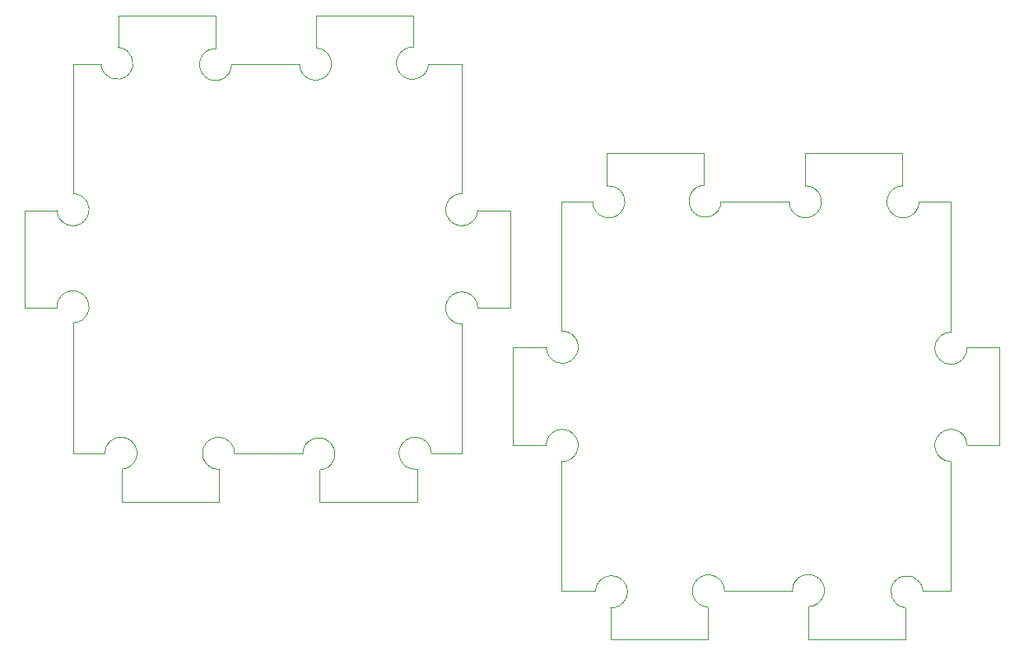
<source format=gbr>
G04 #@! TF.GenerationSoftware,KiCad,Pcbnew,(5.1.2-1)-1*
G04 #@! TF.CreationDate,2019-05-14T21:33:44-07:00*
G04 #@! TF.ProjectId,Box,426f782e-6b69-4636-9164-5f7063625858,rev?*
G04 #@! TF.SameCoordinates,Original*
G04 #@! TF.FileFunction,Profile,NP*
%FSLAX46Y46*%
G04 Gerber Fmt 4.6, Leading zero omitted, Abs format (unit mm)*
G04 Created by KiCad (PCBNEW (5.1.2-1)-1) date 2019-05-14 21:33:44*
%MOMM*%
%LPD*%
G04 APERTURE LIST*
%ADD10C,0.050800*%
G04 APERTURE END LIST*
D10*
X168989979Y-45900150D02*
X168989979Y-42544280D01*
X157397333Y-47544269D02*
X150375724Y-47544269D01*
X158989989Y-45893601D02*
G75*
G02X157397333Y-47544270I58344J-1649969D01*
G01*
X133989989Y-60847269D02*
G75*
G02X132386376Y-62544260I46728J-1650339D01*
G01*
X133989990Y-47544269D02*
X133989990Y-60847269D01*
X158989990Y-42544280D02*
X158989990Y-45893601D01*
X137176690Y-47544269D02*
X133989990Y-47544269D01*
X138637209Y-45908392D02*
G75*
G02X137176690Y-47544270I190476J-1639976D01*
G01*
X133989990Y-87544260D02*
X137448097Y-87544260D01*
X133989990Y-74262823D02*
X133989990Y-87544260D01*
X132380076Y-72544280D02*
G75*
G02X133989990Y-74262823I1649598J-68020D01*
G01*
X128989991Y-72544280D02*
X132380076Y-72544280D01*
X128989991Y-62544260D02*
X128989991Y-72544280D01*
X132386376Y-62544260D02*
X128989991Y-62544260D01*
X138637210Y-42544280D02*
X138637210Y-45908392D01*
X148637220Y-42544280D02*
X138637210Y-42544280D01*
X173990000Y-87544260D02*
X173990000Y-74258694D01*
X171131843Y-87544260D02*
X173990000Y-87544260D01*
X169342759Y-89315130D02*
G75*
G02X171131843Y-87544260I142904J1644804D01*
G01*
X169342760Y-92544260D02*
X169342760Y-89315130D01*
X159342770Y-92544260D02*
X169342760Y-92544260D01*
X159342770Y-89187988D02*
X159342770Y-92544260D01*
X157704216Y-87544260D02*
G75*
G02X159342770Y-89187988I1650984J7225D01*
G01*
X150720798Y-87544260D02*
X157704216Y-87544260D01*
X148989999Y-89235454D02*
G75*
G02X150720798Y-87544260I80337J1649044D01*
G01*
X148990000Y-92544260D02*
X148990000Y-89235454D01*
X138989980Y-92544260D02*
X148990000Y-92544260D01*
X138989980Y-89318028D02*
X138989980Y-92544260D01*
X137448097Y-87544260D02*
G75*
G02X138989980Y-89318028I1646180J-126066D01*
G01*
X173990000Y-47544269D02*
X170736770Y-47544269D01*
X148637220Y-45828794D02*
X148637220Y-42544280D01*
X150375724Y-47544269D02*
G75*
G02X148637220Y-45828794I-1649645J66868D01*
G01*
X168989979Y-42544280D02*
X158989990Y-42544280D01*
X170736770Y-47544269D02*
G75*
G02X168989979Y-45900150I-1650995J-4099D01*
G01*
X175667373Y-62544260D02*
G75*
G02X173990000Y-60960000I-1649660J-66507D01*
G01*
X178990000Y-62544260D02*
X175667373Y-62544260D01*
X173990000Y-74258694D02*
G75*
G02X175667486Y-72544279I27713J1650767D01*
G01*
X178990000Y-72544280D02*
X178990000Y-62544260D01*
X175667486Y-72544280D02*
X178990000Y-72544280D01*
X173990000Y-60960000D02*
X173990000Y-47544269D01*
X107354276Y-73419991D02*
G75*
G02X109092780Y-75135466I1649645J-66868D01*
G01*
X100332667Y-73419991D02*
X107354276Y-73419991D01*
X107009202Y-33420000D02*
X100025784Y-33420000D01*
X108740001Y-31728806D02*
G75*
G02X107009202Y-33420000I-80337J-1649044D01*
G01*
X108740000Y-28420000D02*
X108740000Y-31728806D01*
X118740020Y-28420000D02*
X108740000Y-28420000D01*
X118740020Y-31646232D02*
X118740020Y-28420000D01*
X120281903Y-33420000D02*
G75*
G02X118740020Y-31646232I-1646180J126066D01*
G01*
X123740010Y-33420000D02*
X120281903Y-33420000D01*
X123740010Y-46701437D02*
X123740010Y-33420000D01*
X125349924Y-48419980D02*
G75*
G02X123740010Y-46701437I-1649598J68020D01*
G01*
X88740021Y-78419980D02*
X98740010Y-78419980D01*
X88740021Y-75064110D02*
X88740021Y-78419980D01*
X82062627Y-58420000D02*
G75*
G02X83740000Y-60004260I1649660J66507D01*
G01*
X83740000Y-46705566D02*
G75*
G02X82062514Y-48419981I-27713J-1650767D01*
G01*
X83740000Y-60004260D02*
X83740000Y-73419991D01*
X119092790Y-78419980D02*
X119092790Y-75055868D01*
X109092780Y-78419980D02*
X119092790Y-78419980D01*
X109092780Y-75135466D02*
X109092780Y-78419980D01*
X78740000Y-48419980D02*
X78740000Y-58420000D01*
X83740000Y-33420000D02*
X83740000Y-46705566D01*
X86598157Y-33420000D02*
X83740000Y-33420000D01*
X88387241Y-31649130D02*
G75*
G02X86598157Y-33420000I-142904J-1644804D01*
G01*
X88387240Y-28420000D02*
X88387240Y-31649130D01*
X98387230Y-28420000D02*
X88387240Y-28420000D01*
X98387230Y-31776272D02*
X98387230Y-28420000D01*
X100025784Y-33420000D02*
G75*
G02X98387230Y-31776272I-1650984J-7225D01*
G01*
X82062514Y-48419980D02*
X78740000Y-48419980D01*
X123740010Y-73419991D02*
X123740010Y-60116991D01*
X120553310Y-73419991D02*
X123740010Y-73419991D01*
X119092791Y-75055868D02*
G75*
G02X120553310Y-73419990I-190476J1639976D01*
G01*
X86993230Y-73419991D02*
G75*
G02X88740021Y-75064110I1650995J4099D01*
G01*
X83740000Y-73419991D02*
X86993230Y-73419991D01*
X98740011Y-75070659D02*
G75*
G02X100332667Y-73419990I-58344J1649969D01*
G01*
X98740010Y-78419980D02*
X98740010Y-75070659D01*
X128740009Y-48419980D02*
X125349924Y-48419980D01*
X128740009Y-58420000D02*
X128740009Y-48419980D01*
X125343624Y-58420000D02*
X128740009Y-58420000D01*
X123740011Y-60116991D02*
G75*
G02X125343624Y-58420000I-46728J1650339D01*
G01*
X78740000Y-58420000D02*
X82062627Y-58420000D01*
M02*

</source>
